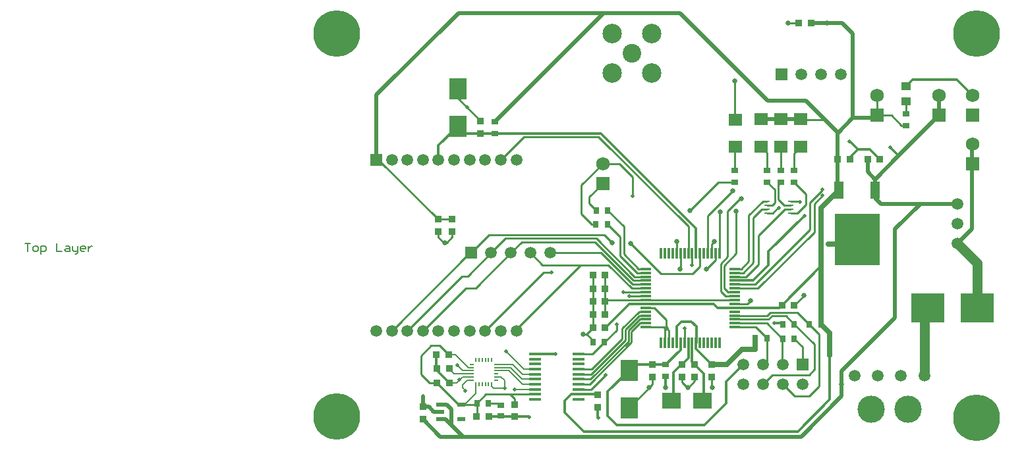
<source format=gtl>
G04*
G04 #@! TF.GenerationSoftware,Altium Limited,Altium Designer,18.1.9 (240)*
G04*
G04 Layer_Physical_Order=1*
G04 Layer_Color=255*
%FSLAX25Y25*%
%MOIN*%
G70*
G01*
G75*
%ADD12C,0.00700*%
%ADD14C,0.01000*%
%ADD17C,0.00800*%
%ADD18R,0.04724X0.08661*%
%ADD19R,0.22835X0.26378*%
%ADD20R,0.04331X0.02362*%
%ADD21R,0.03150X0.03740*%
%ADD22R,0.00787X0.02362*%
%ADD23R,0.02362X0.00787*%
%ADD24R,0.06299X0.01181*%
%ADD25R,0.09449X0.07874*%
%ADD26R,0.05709X0.01181*%
%ADD27R,0.01181X0.05709*%
%ADD28R,0.06890X0.05906*%
%ADD29R,0.05118X0.04331*%
%ADD30R,0.03347X0.03150*%
%ADD31R,0.03543X0.03740*%
%ADD32R,0.02953X0.00984*%
%ADD33R,0.16693X0.15000*%
%ADD34R,0.08661X0.11024*%
%ADD35R,0.03740X0.03543*%
%ADD36R,0.03740X0.03150*%
%ADD68C,0.02000*%
%ADD69C,0.02500*%
%ADD70C,0.01200*%
%ADD71C,0.05000*%
%ADD72C,0.05984*%
%ADD73R,0.05984X0.05984*%
%ADD74C,0.09449*%
%ADD75C,0.09843*%
%ADD76C,0.05906*%
%ADD77R,0.05906X0.05906*%
%ADD78R,0.06890X0.06890*%
%ADD79C,0.06890*%
%ADD80C,0.13780*%
%ADD81C,0.23622*%
%ADD82C,0.02000*%
%ADD83C,0.02500*%
D12*
X-143373Y102200D02*
X-140708D01*
X-142040D01*
Y98202D01*
X-138708D02*
X-137375D01*
X-136709Y98868D01*
Y100201D01*
X-137375Y100867D01*
X-138708D01*
X-139375Y100201D01*
Y98868D01*
X-138708Y98202D01*
X-135376Y96869D02*
Y100867D01*
X-133377D01*
X-132710Y100201D01*
Y98868D01*
X-133377Y98202D01*
X-135376D01*
X-127378Y102200D02*
Y98202D01*
X-124713D01*
X-122713Y100867D02*
X-121380D01*
X-120714Y100201D01*
Y98202D01*
X-122713D01*
X-123380Y98868D01*
X-122713Y99535D01*
X-120714D01*
X-119381Y100867D02*
Y98868D01*
X-118715Y98202D01*
X-116715D01*
Y97535D01*
X-117382Y96869D01*
X-118048D01*
X-116715Y98202D02*
Y100867D01*
X-113383Y98202D02*
X-114716D01*
X-115382Y98868D01*
Y100201D01*
X-114716Y100867D01*
X-113383D01*
X-112716Y100201D01*
Y99535D01*
X-115382D01*
X-111384Y100867D02*
Y98202D01*
Y99535D01*
X-110717Y100201D01*
X-110051Y100867D01*
X-109384D01*
D14*
X300000Y162106D02*
X302362D01*
X191831Y29035D02*
X195374Y32579D01*
X188779Y32087D02*
X191831Y29035D01*
X75492Y175781D02*
X87008Y164265D01*
X162205Y19094D02*
X173917Y30807D01*
X302264Y167224D02*
Y174114D01*
X294783Y167323D02*
X300000Y162106D01*
X207874Y118012D02*
X208268Y118405D01*
X207874Y97146D02*
Y118012D01*
X139075Y56398D02*
X140650D01*
X143799Y52264D02*
Y53248D01*
X140650Y56398D02*
X143799Y53248D01*
X66437Y50591D02*
X71063Y45965D01*
X61949Y50591D02*
X66437D01*
X56791Y45433D02*
X61949Y50591D01*
X56791Y35925D02*
Y45433D01*
Y35925D02*
X61122Y31594D01*
X64961D01*
X287598Y167323D02*
Y175847D01*
Y165847D02*
Y167323D01*
X294783D01*
X250000Y164862D02*
X261319D01*
X89567Y25787D02*
X101870D01*
X104134Y23524D01*
Y20768D02*
Y23524D01*
X85039Y14665D02*
X85138Y14764D01*
Y21358D01*
X64961Y31594D02*
X75886Y20669D01*
X77264D01*
X85138Y21358D02*
X89567Y25787D01*
X96358Y21358D02*
X97342Y20374D01*
X91043Y21358D02*
X96358D01*
X79036Y20669D02*
X84449D01*
X77264D02*
X79036D01*
X84449D02*
X85138Y21358D01*
X101870Y25787D02*
X114469D01*
X258366Y29921D02*
Y56299D01*
X150130Y73590D02*
X170539D01*
X170571Y73622D01*
X150098D02*
X150130Y73590D01*
X159283Y77591D02*
X170539D01*
X159252Y77559D02*
X159283Y77591D01*
X170539D02*
X170571Y77559D01*
X150098Y73622D02*
Y73721D01*
X162205Y75590D02*
X170571D01*
X142815Y28346D02*
X150197Y35728D01*
X136516Y28346D02*
X142815D01*
X158760Y59281D02*
X167195Y67716D01*
X158760Y53937D02*
Y59281D01*
X143405Y38583D02*
X158760Y53937D01*
X155807Y58366D02*
Y61319D01*
X156004Y61122D01*
X149705Y52264D02*
X155807Y58366D01*
X143701Y46260D02*
X149705Y52264D01*
X136516Y46260D02*
X143701D01*
X167348Y65748D02*
X170571D01*
X160337Y58737D02*
X167348Y65748D01*
X167195Y67716D02*
X170571D01*
X167501Y63779D02*
X170571D01*
X161837Y58116D02*
X167501Y63779D01*
X167653Y61811D02*
X170571D01*
X163337Y57494D02*
X167653Y61811D01*
X136516Y38583D02*
X143405D01*
X160337Y53359D02*
Y58737D01*
X143001Y36024D02*
X160337Y53359D01*
X136516Y36024D02*
X143001D01*
X161837Y52737D02*
Y58116D01*
X142564Y33465D02*
X161837Y52737D01*
X136516Y33465D02*
X142564D01*
X163337Y52116D02*
Y57494D01*
X142126Y30906D02*
X163337Y52116D01*
X136516Y30906D02*
X142126D01*
X89370Y57973D02*
X118996Y87598D01*
X123031D01*
X193898Y96949D02*
X194095Y97146D01*
X193898Y91437D02*
Y96949D01*
X198031Y90650D02*
Y97146D01*
X194390Y87008D02*
X198031Y90650D01*
X178150Y87008D02*
X194390D01*
X140650Y56398D02*
X143799Y59547D01*
X250492Y75689D02*
Y76083D01*
X245768Y70965D02*
X250492Y75689D01*
X221850Y71653D02*
X223622Y73425D01*
X215650Y71653D02*
X221850D01*
X203937Y102067D02*
X205118Y103248D01*
X203937Y97146D02*
Y102067D01*
X186221Y97146D02*
X186221Y97146D01*
X186221Y97146D02*
Y103347D01*
X181102Y59350D02*
Y63484D01*
X174902Y69685D02*
X181102Y63484D01*
X170571Y69685D02*
X174902D01*
X181102Y59350D02*
X182283Y58169D01*
Y52067D02*
Y58169D01*
X180315Y52067D02*
Y58563D01*
X181102Y59350D01*
X180610Y59842D02*
X181102Y59350D01*
X170571Y59842D02*
X180610D01*
X149508Y106595D02*
X153642Y102461D01*
X153740D01*
X162894Y102264D02*
X178150Y87008D01*
X201279Y89370D02*
X205906Y93996D01*
X192126Y97146D02*
Y110925D01*
X146679Y156372D02*
X192126Y110925D01*
X109030Y156372D02*
X146679D01*
X163976Y126181D02*
Y136069D01*
X157427Y142618D02*
X163976Y136069D01*
X148819Y142618D02*
X157427D01*
X97244Y144587D02*
X109030Y156372D01*
X242618Y213878D02*
X242717Y213976D01*
X247835D01*
X210236Y91043D02*
X216339Y97146D01*
Y118701D01*
X210236Y79528D02*
Y91043D01*
X212106Y95473D02*
Y118635D01*
X208563Y91929D02*
X212106Y95473D01*
X208563Y77953D02*
Y91929D01*
X210925Y75590D02*
X215650D01*
X208563Y77953D02*
X210925Y75590D01*
X212106Y118635D02*
X218373Y124902D01*
X219094D01*
X210236Y79528D02*
X212205Y77559D01*
X215650D01*
X201969Y116240D02*
X214665Y128937D01*
X201969Y97146D02*
Y116240D01*
X215650Y165256D02*
X215846Y165059D01*
X215650Y165256D02*
Y184744D01*
X215748Y151181D02*
X215846Y151279D01*
X215748Y139173D02*
Y151181D01*
X207185Y133268D02*
X215748D01*
X192815Y118898D02*
X207185Y133268D01*
X237402Y120177D02*
X237795D01*
X234941Y117717D02*
X237402Y120177D01*
X222736Y116535D02*
X229823Y123622D01*
X205906Y93996D02*
Y97146D01*
X188091Y89370D02*
X188189Y89468D01*
Y97146D01*
X248327Y123622D02*
X248524Y123425D01*
X243996Y123622D02*
X248327D01*
X245571Y133268D02*
X251476Y127362D01*
Y122047D02*
Y127362D01*
X247146Y117717D02*
X251476Y122047D01*
X166929Y89370D02*
X170571D01*
X159449Y96850D02*
X166929Y89370D01*
X159449Y96850D02*
Y111024D01*
X166142Y87402D02*
X170571D01*
X157579Y95965D02*
X166142Y87402D01*
X222736Y93307D02*
Y116535D01*
X225098Y115354D02*
X229429Y119685D01*
X225098Y92520D02*
Y115354D01*
X227461Y106201D02*
X240945Y119685D01*
X227461Y91535D02*
Y106201D01*
X255807Y122343D02*
X259941Y126476D01*
X253740Y123104D02*
X259941Y129305D01*
Y129626D01*
X218799Y89370D02*
X222736Y93307D01*
X219980Y87402D02*
X225098Y92520D01*
X150098Y72933D02*
Y73622D01*
X72539Y105512D02*
Y108169D01*
X69784Y102756D02*
X72539Y105512D01*
X68898Y102756D02*
X69784D01*
X68307D02*
X68898D01*
X65453Y105610D02*
X68307Y102756D01*
X65453Y105610D02*
Y108268D01*
X91417Y106595D02*
X149508D01*
X82264Y97441D02*
X91417Y106595D01*
X112264Y97441D02*
X118268Y91437D01*
X137500D01*
X157579Y95965D02*
Y105709D01*
X92264Y97441D02*
X99646Y104823D01*
X145669D01*
X165059Y85433D01*
X170571D01*
X102264Y97441D02*
X107874Y103051D01*
X144783D01*
X164370Y83465D01*
X170571D01*
X122264Y97441D02*
X147933D01*
X163878Y81496D01*
X170571D01*
X151575Y91437D02*
X163484Y79528D01*
X137500Y91437D02*
X151575D01*
X105118Y59055D02*
X137500Y91437D01*
X163484Y79528D02*
X170571D01*
X84547Y79724D02*
X102264Y97441D01*
X79626Y79724D02*
X84547D01*
X57874Y57973D02*
X79626Y79724D01*
X80453Y85630D02*
X92264Y97441D01*
X77657Y85630D02*
X80453D01*
X50000Y57973D02*
X77657Y85630D01*
X81594Y97441D02*
X82264D01*
X42126Y57973D02*
X81594Y97441D01*
X105118Y57973D02*
Y59055D01*
X221358Y85433D02*
X227461Y91535D01*
X215650Y85433D02*
X221358D01*
X255807Y108071D02*
Y122343D01*
X227264Y79528D02*
X255807Y108071D01*
X215650Y89370D02*
X218799D01*
X215650Y87402D02*
X219980D01*
X215650Y81496D02*
X226083D01*
X253740Y109153D01*
X215650Y79528D02*
X227264D01*
X253740Y109153D02*
Y123104D01*
X215650Y65748D02*
X231988D01*
X233465Y67224D01*
X247441D01*
X253346Y61319D01*
X258366Y56299D01*
X256004Y38484D02*
Y51181D01*
X245768Y61417D02*
X256004Y51181D01*
X241535Y65650D02*
X245768Y61417D01*
X234547Y65650D02*
X241535D01*
X232677Y63779D02*
X234547Y65650D01*
X215650Y63779D02*
X232677D01*
X239567Y41260D02*
Y54035D01*
X231791Y61811D02*
X239567Y54035D01*
X215650Y61811D02*
X231791D01*
X245768Y54035D02*
X249921Y49882D01*
X226181Y59842D02*
X231791Y54232D01*
X215650Y59842D02*
X226181D01*
X229921Y40905D02*
X231791Y42776D01*
Y54232D01*
X170571Y73622D02*
X215650D01*
X150098Y73721D02*
X150098Y73721D01*
X190256Y52067D02*
Y59252D01*
X190256Y52067D02*
X190256Y52067D01*
X204035Y29331D02*
X204134Y29232D01*
X204035Y29331D02*
Y34646D01*
X219291Y30906D02*
X219921D01*
X173917Y30807D02*
Y34646D01*
X195374Y32579D02*
Y34646D01*
X188779Y32087D02*
Y34646D01*
X249921Y40905D02*
Y49882D01*
X143799Y79429D02*
Y86122D01*
Y72933D02*
Y79429D01*
Y66240D02*
Y72933D01*
Y59547D02*
Y66240D01*
X150098Y73721D02*
Y79429D01*
Y86122D01*
Y66240D02*
Y72933D01*
X75492Y175781D02*
Y180512D01*
X34252Y144587D02*
X35433D01*
X65453Y114567D01*
X65551Y114469D01*
X72539D01*
X142028Y125827D02*
X148819Y132618D01*
X142028Y122539D02*
Y125827D01*
Y122539D02*
X145472Y119095D01*
X138091Y131890D02*
X148819Y142618D01*
X138091Y117126D02*
Y131890D01*
Y117126D02*
X143209Y112008D01*
X145374D01*
X151279D02*
X157579Y105709D01*
X151378Y119095D02*
X159449Y111024D01*
X237598Y131988D02*
X238878Y133268D01*
X237598Y124705D02*
Y131988D01*
Y124705D02*
X240650Y121654D01*
X232087Y133268D02*
X235827Y129527D01*
Y123031D02*
Y129527D01*
X234449Y121654D02*
X235827Y123031D01*
X231791Y117717D02*
X234941D01*
X245571Y147933D02*
X249016Y151378D01*
X245571Y139173D02*
Y147933D01*
X228937Y151378D02*
X232087Y148228D01*
Y139173D02*
Y148228D01*
X238779Y150886D02*
X238878Y150787D01*
Y139173D02*
Y150787D01*
X243996Y117717D02*
X247146D01*
X240650Y121654D02*
X243996D01*
X231791D02*
X234449D01*
X240945Y119685D02*
X243996D01*
X229429D02*
X231791D01*
X229823Y123622D02*
X231791D01*
X239921Y30906D02*
X246024Y24803D01*
X253248D01*
X258366Y29921D01*
X229921Y30906D02*
X234646Y35630D01*
X253150D01*
X256004Y38484D01*
X239567Y41260D02*
X239921Y40905D01*
D17*
X74803Y31594D02*
X77854Y34646D01*
X78051Y37795D02*
X82579D01*
X75197Y40650D02*
X78051Y37795D01*
X80905Y39370D02*
X82579D01*
X74311Y45965D02*
X80905Y39370D01*
X71063Y45965D02*
X74311D01*
X114469Y28346D02*
X114469Y28346D01*
X104331Y28346D02*
X114469D01*
X77854Y29232D02*
X79429Y27657D01*
X77854Y29232D02*
Y30709D01*
X80216Y33071D01*
X82579D01*
X99803Y47638D02*
Y47736D01*
Y47638D02*
X108858Y38583D01*
X114469D01*
X93602Y28839D02*
X99213D01*
X92618Y29823D02*
X93602Y28839D01*
X92618Y29823D02*
Y30906D01*
X99213Y28839D02*
Y32776D01*
X97342Y34646D02*
X99213Y32776D01*
X94784Y34646D02*
X97342D01*
X79036Y20669D02*
X84744Y26378D01*
Y30906D01*
X77854Y34646D02*
X82579D01*
X71260Y31594D02*
X74803D01*
X73721Y36220D02*
X82579D01*
X71161Y38780D02*
X73721Y36220D01*
X108071Y33465D02*
X114469D01*
X102165Y39370D02*
X108071Y33465D01*
X94784Y39370D02*
X102165D01*
X108268Y30906D02*
X114469D01*
X101378Y37795D02*
X108268Y30906D01*
X94784Y37795D02*
X101378D01*
X108169Y36024D02*
X114469D01*
X103248Y40945D02*
X108169Y36024D01*
X94784Y40945D02*
X103248D01*
D18*
X286516Y129232D02*
D03*
X268406D02*
D03*
D19*
X277461Y104429D02*
D03*
D20*
X77264Y20669D02*
D03*
Y13189D02*
D03*
X66634D02*
D03*
Y16929D02*
D03*
Y20669D02*
D03*
D21*
X85138Y21358D02*
D03*
X91043D02*
D03*
X151378Y119095D02*
D03*
X145472D02*
D03*
X245768Y61417D02*
D03*
X239862D02*
D03*
X253346Y61319D02*
D03*
X259252D02*
D03*
X239862Y54035D02*
D03*
X245768D02*
D03*
X151279Y112008D02*
D03*
X145374D02*
D03*
X231791Y54232D02*
D03*
X225886D02*
D03*
X149705Y52264D02*
D03*
X143799D02*
D03*
D22*
X92618Y43110D02*
D03*
X91043D02*
D03*
X89468D02*
D03*
X87894D02*
D03*
X86319D02*
D03*
X84744D02*
D03*
Y30906D02*
D03*
X86319D02*
D03*
X87894D02*
D03*
X89468D02*
D03*
X91043D02*
D03*
X92618D02*
D03*
D23*
X82579Y40945D02*
D03*
Y39370D02*
D03*
Y37795D02*
D03*
Y36220D02*
D03*
Y34646D02*
D03*
Y33071D02*
D03*
X94784D02*
D03*
Y34646D02*
D03*
Y36220D02*
D03*
Y37795D02*
D03*
Y39370D02*
D03*
Y40945D02*
D03*
D24*
X114469Y46260D02*
D03*
Y43701D02*
D03*
Y41142D02*
D03*
Y38583D02*
D03*
Y36024D02*
D03*
Y33465D02*
D03*
Y30906D02*
D03*
Y28346D02*
D03*
Y25787D02*
D03*
Y23228D02*
D03*
X136516Y46260D02*
D03*
Y43701D02*
D03*
Y41142D02*
D03*
Y38583D02*
D03*
Y36024D02*
D03*
Y33465D02*
D03*
Y30906D02*
D03*
Y28346D02*
D03*
Y25787D02*
D03*
Y23228D02*
D03*
D25*
X199311Y22441D02*
D03*
X183563D02*
D03*
D26*
X215650Y89370D02*
D03*
Y87402D02*
D03*
Y85433D02*
D03*
Y83465D02*
D03*
Y81496D02*
D03*
Y79528D02*
D03*
Y77559D02*
D03*
Y75590D02*
D03*
Y73622D02*
D03*
Y71653D02*
D03*
Y69685D02*
D03*
Y67716D02*
D03*
Y65748D02*
D03*
Y63779D02*
D03*
Y61811D02*
D03*
Y59842D02*
D03*
X170571D02*
D03*
Y61811D02*
D03*
Y63779D02*
D03*
Y65748D02*
D03*
Y67716D02*
D03*
Y69685D02*
D03*
Y71653D02*
D03*
Y73622D02*
D03*
Y75590D02*
D03*
Y77559D02*
D03*
Y79528D02*
D03*
Y81496D02*
D03*
Y83465D02*
D03*
Y85433D02*
D03*
Y87402D02*
D03*
Y89370D02*
D03*
D27*
X207874Y52067D02*
D03*
X205906D02*
D03*
X203937D02*
D03*
X201969D02*
D03*
X200000D02*
D03*
X198031D02*
D03*
X196063D02*
D03*
X194095D02*
D03*
X192126D02*
D03*
X190157D02*
D03*
X188189D02*
D03*
X186221D02*
D03*
X184252D02*
D03*
X182283D02*
D03*
X180315D02*
D03*
X178347D02*
D03*
Y97146D02*
D03*
X180315D02*
D03*
X182283D02*
D03*
X184252D02*
D03*
X186221D02*
D03*
X188189D02*
D03*
X190157D02*
D03*
X192126D02*
D03*
X194095D02*
D03*
X196063D02*
D03*
X198031D02*
D03*
X200000D02*
D03*
X201969D02*
D03*
X203937D02*
D03*
X205906D02*
D03*
X207874D02*
D03*
D28*
X215846Y165059D02*
D03*
Y151279D02*
D03*
X238779Y151378D02*
D03*
Y165157D02*
D03*
X249016Y151378D02*
D03*
Y165157D02*
D03*
X228937Y151378D02*
D03*
Y165157D02*
D03*
D29*
X302264Y181988D02*
D03*
Y174114D02*
D03*
D30*
X97342Y20374D02*
D03*
Y15059D02*
D03*
D31*
X64862Y38780D02*
D03*
X71161D02*
D03*
X247835Y213976D02*
D03*
X254134D02*
D03*
X289075Y144882D02*
D03*
X282776D02*
D03*
X273917D02*
D03*
X267618D02*
D03*
X143799Y59547D02*
D03*
X150098D02*
D03*
X245768Y70965D02*
D03*
X239469D02*
D03*
X143799Y79429D02*
D03*
X150098D02*
D03*
X143799Y66240D02*
D03*
X150098D02*
D03*
X143799Y72933D02*
D03*
X150098D02*
D03*
X143799Y86122D02*
D03*
X150098D02*
D03*
X71063Y45965D02*
D03*
X64764D02*
D03*
X64961Y31594D02*
D03*
X71260D02*
D03*
X85039Y14665D02*
D03*
X91339D02*
D03*
D32*
X243996Y117717D02*
D03*
Y119685D02*
D03*
Y121654D02*
D03*
Y123622D02*
D03*
X231791Y117717D02*
D03*
Y119685D02*
D03*
Y121654D02*
D03*
Y123622D02*
D03*
D33*
X313110Y69685D02*
D03*
X338189D02*
D03*
D34*
X162205Y19094D02*
D03*
Y37992D02*
D03*
X75492Y161614D02*
D03*
Y180512D02*
D03*
D35*
X65453Y108268D02*
D03*
Y114567D02*
D03*
X72539Y108169D02*
D03*
Y114469D02*
D03*
X87008Y164265D02*
D03*
Y157966D02*
D03*
X188779Y34646D02*
D03*
Y40945D02*
D03*
X195374Y34646D02*
D03*
Y40945D02*
D03*
X204035Y34646D02*
D03*
Y40945D02*
D03*
X173917Y34646D02*
D03*
Y40945D02*
D03*
X57776Y13189D02*
D03*
Y19488D02*
D03*
X146358Y19291D02*
D03*
Y25591D02*
D03*
X104134Y14469D02*
D03*
Y20768D02*
D03*
D36*
X94193Y157972D02*
D03*
Y163878D02*
D03*
X238878Y139173D02*
D03*
Y133268D02*
D03*
X245571Y139173D02*
D03*
Y133268D02*
D03*
X232087Y139173D02*
D03*
Y133268D02*
D03*
X180709Y40945D02*
D03*
Y35039D02*
D03*
X215748Y133268D02*
D03*
Y139173D02*
D03*
X302362Y162106D02*
D03*
Y168012D02*
D03*
D68*
X254134Y213976D02*
X269980D01*
X275394Y165847D02*
X287598D01*
X248622Y165157D02*
X249016Y164764D01*
X318898Y167323D02*
Y177323D01*
Y165847D02*
Y167323D01*
X298228Y146457D02*
X318258Y166486D01*
X286516Y134744D02*
X298228Y146457D01*
X335531Y109646D02*
Y152756D01*
X328248Y102362D02*
X335531Y109646D01*
X232283Y174705D02*
X251575D01*
X267618Y158071D02*
Y158661D01*
Y144882D02*
Y158071D01*
X251575Y174705D02*
X267618Y158661D01*
Y158071D02*
X275394Y165847D01*
X269980Y213976D02*
X275394Y208563D01*
Y165847D02*
Y208563D01*
X57776Y19488D02*
X57874Y19587D01*
Y25000D01*
X57776Y19488D02*
X60827D01*
X63386Y16929D01*
X66634D01*
X69390Y13189D02*
X72441Y10138D01*
X66634Y13189D02*
X69390D01*
X78150Y4429D02*
X249213D01*
X66535D02*
X78150D01*
X72441Y10138D02*
X78150Y4429D01*
X72441Y10138D02*
Y18110D01*
X69882Y20669D02*
X72441Y18110D01*
X66634Y20669D02*
X69882D01*
X57776Y13189D02*
X66535Y4429D01*
X269685Y30807D02*
Y37500D01*
X296752Y64567D01*
X249213Y4429D02*
X269685Y24902D01*
Y30807D01*
X75886Y219094D02*
X187894D01*
X94193Y163878D02*
X149114Y218799D01*
X187894Y219094D02*
X232283Y174705D01*
X34252Y177461D02*
X75886Y219094D01*
X34252Y144587D02*
Y177461D01*
X309449Y122362D02*
X328248D01*
X289449D02*
X309449D01*
X296752Y109665D02*
X309449Y122362D01*
X296752Y64567D02*
Y109665D01*
X238779Y165157D02*
X248622D01*
X228937D02*
X238779D01*
X267618Y130020D02*
X268406Y129232D01*
X267618Y130020D02*
Y144882D01*
X286516Y129232D02*
Y134744D01*
X282776Y138484D02*
X286516Y134744D01*
X282776Y138484D02*
Y144882D01*
X286516Y125295D02*
Y129232D01*
Y125295D02*
X289449Y122362D01*
D69*
X259350Y61319D02*
Y90847D01*
X204035Y40945D02*
X211614D01*
X275098Y102067D02*
X277461Y104429D01*
X263090Y102067D02*
X275098D01*
X259350Y90847D02*
Y120177D01*
X211614Y40945D02*
X219193Y48524D01*
X225787D01*
X259252Y61319D02*
X263681Y56890D01*
X225787Y54134D02*
X225886Y54232D01*
X225787Y48524D02*
Y54134D01*
X263681Y45472D02*
Y56890D01*
X259350Y120177D02*
X268406Y129232D01*
D70*
X196161Y52067D02*
Y60236D01*
X186319Y52067D02*
Y60433D01*
X150738Y58908D02*
Y60089D01*
X91339Y14665D02*
X103937D01*
X302264Y181988D02*
X305709Y185433D01*
X146358Y14075D02*
X146555Y13878D01*
X146358Y14075D02*
Y19291D01*
X64862Y37992D02*
X71260Y31594D01*
X64862Y37992D02*
Y38780D01*
X64764Y38878D02*
X64862Y38780D01*
X64764Y38878D02*
Y45965D01*
X327782Y185433D02*
X335892Y177323D01*
X305709Y185433D02*
X327782D01*
X298228Y146457D02*
Y146850D01*
X294193Y150886D02*
X298228Y146850D01*
X124705Y46260D02*
X124803Y46161D01*
X114469Y46260D02*
X124705D01*
X111221Y14469D02*
X111516Y14173D01*
X104134Y14469D02*
X111221D01*
X103937Y14665D02*
X104134Y14469D01*
X263681Y23130D02*
Y45472D01*
X247638Y7087D02*
X263681Y23130D01*
X133071Y25787D02*
X136516D01*
X129724Y22441D02*
X133071Y25787D01*
X129724Y16634D02*
Y22441D01*
X139272Y7087D02*
X247638D01*
X129724Y16634D02*
X139272Y7087D01*
X162303Y71653D02*
X170571D01*
X150738Y60089D02*
X162303Y71653D01*
X146161Y25787D02*
X146358Y25591D01*
X136516Y25787D02*
X146161D01*
X273721Y154035D02*
X273819D01*
X277953Y149902D01*
X239370Y61910D02*
X239862Y61417D01*
X235728Y61910D02*
X239370D01*
X79134Y157972D02*
X94193D01*
X196063Y97146D02*
Y109941D01*
X148031Y157972D02*
X196063Y109941D01*
X94193Y157972D02*
X148031D01*
X232677Y91142D02*
Y98130D01*
X225000Y83465D02*
X232677Y91142D01*
Y98130D02*
X250886Y116339D01*
X239469Y70965D02*
X259350Y90847D01*
X239469Y70965D02*
Y70965D01*
X238189Y69685D02*
X239469Y70965D01*
X215650Y69685D02*
X238189D01*
X215650Y83465D02*
X225000D01*
X211319Y32303D02*
X219921Y40905D01*
X211319Y21161D02*
Y32303D01*
X200295Y10138D02*
X211319Y21161D01*
X156102Y10138D02*
X200295D01*
X151378Y14862D02*
X156102Y10138D01*
X151378Y14862D02*
Y27165D01*
X206988Y69685D02*
X215650D01*
X205020Y71653D02*
X206988Y69685D01*
X170571Y71653D02*
X205020D01*
X194095Y42224D02*
X195374Y40945D01*
X194095Y42224D02*
Y52067D01*
X193701Y62697D02*
X196161Y60236D01*
X188583Y62697D02*
X193701D01*
X186319Y60433D02*
X188583Y62697D01*
X204035Y40945D02*
Y40945D01*
X196063Y48917D02*
X204035Y40945D01*
X196063Y48917D02*
Y52067D01*
X192126Y44291D02*
Y52756D01*
X188189Y52067D02*
Y52658D01*
Y48425D02*
Y52067D01*
X151378Y27165D02*
X162205Y37992D01*
X180709Y29232D02*
Y35039D01*
X75492Y161614D02*
X79134Y157972D01*
X65748Y151870D02*
X75492Y161614D01*
X65748Y144587D02*
Y151870D01*
X284055Y149902D02*
X289075Y144882D01*
X277953Y149902D02*
X284055D01*
X273917Y145866D02*
X277953Y149902D01*
X273917Y144882D02*
Y145866D01*
X199902Y21457D02*
Y36417D01*
X195374Y40945D02*
X199902Y36417D01*
X184744Y21555D02*
Y37106D01*
X188583Y40945D01*
X188779D01*
X192126Y44291D01*
X162205Y37992D02*
X165157Y40945D01*
X173917D01*
X180709Y40945D02*
X188189Y48425D01*
X180709Y40945D02*
X180709Y40945D01*
X173917Y40945D02*
X180709D01*
D71*
X311575Y35315D02*
Y68150D01*
X328248Y102362D02*
X338189Y92421D01*
Y69685D02*
Y92421D01*
X311575Y68150D02*
X313110Y69685D01*
D72*
X105118Y57973D02*
D03*
X97244D02*
D03*
X89370D02*
D03*
X81496D02*
D03*
X73622D02*
D03*
X65748D02*
D03*
X57874D02*
D03*
X50000D02*
D03*
X42126D02*
D03*
X34252D02*
D03*
X105118Y144587D02*
D03*
X97244D02*
D03*
X89370D02*
D03*
X81496D02*
D03*
X73622D02*
D03*
X65748D02*
D03*
X57874D02*
D03*
X50000D02*
D03*
X42126D02*
D03*
D73*
X34252D02*
D03*
D74*
X163480Y198626D02*
D03*
D75*
X173622Y188484D02*
D03*
Y208484D02*
D03*
X153622Y188484D02*
D03*
Y208484D02*
D03*
D76*
X328248Y122362D02*
D03*
Y112362D02*
D03*
Y102362D02*
D03*
X219921Y30906D02*
D03*
Y40905D02*
D03*
X229921Y30906D02*
D03*
Y40905D02*
D03*
X239921Y30906D02*
D03*
Y40905D02*
D03*
X249921Y30906D02*
D03*
X92264Y97441D02*
D03*
X102264D02*
D03*
X112264D02*
D03*
X122264D02*
D03*
X269252Y188091D02*
D03*
X259252D02*
D03*
X249252D02*
D03*
X311575Y35315D02*
D03*
X299764D02*
D03*
X287953D02*
D03*
X276142D02*
D03*
D77*
X249921Y40905D02*
D03*
X82264Y97441D02*
D03*
X239252Y188091D02*
D03*
D78*
X148819Y132618D02*
D03*
X335827Y142756D02*
D03*
X318898Y167323D02*
D03*
X287598D02*
D03*
X335892D02*
D03*
D79*
X148819Y142618D02*
D03*
X335827Y152756D02*
D03*
X318898Y177323D02*
D03*
X287598D02*
D03*
X335892D02*
D03*
D80*
X303150Y18307D02*
D03*
X284646D02*
D03*
D81*
X14370Y208563D02*
D03*
Y14469D02*
D03*
X337795Y13878D02*
D03*
Y208563D02*
D03*
D82*
X75197Y40650D02*
D03*
X146555Y13878D02*
D03*
X104331Y28346D02*
D03*
X79429Y27657D02*
D03*
X99803Y47736D02*
D03*
X294193Y150886D02*
D03*
X124803Y46161D02*
D03*
X111516Y14173D02*
D03*
X99213Y28839D02*
D03*
X76378Y33169D02*
D03*
X57874Y25000D02*
D03*
X159252Y77559D02*
D03*
X162205Y75590D02*
D03*
X150197Y35728D02*
D03*
X156004Y61122D02*
D03*
X123031Y87598D02*
D03*
X273721Y154035D02*
D03*
X80315Y171260D02*
D03*
X235728Y61910D02*
D03*
X193898Y91437D02*
D03*
X237795Y120177D02*
D03*
X250886Y116339D02*
D03*
X259941Y126476D02*
D03*
Y129626D02*
D03*
X190256Y59252D02*
D03*
X163976Y126181D02*
D03*
X248524Y123425D02*
D03*
D83*
X269685Y30807D02*
D03*
X263090Y102067D02*
D03*
X139075Y56398D02*
D03*
X250492Y76083D02*
D03*
X223622Y73425D02*
D03*
X205118Y103248D02*
D03*
X186221Y103347D02*
D03*
X181102Y59350D02*
D03*
X153740Y102461D02*
D03*
X162894Y102264D02*
D03*
X201279Y89370D02*
D03*
X242618Y213878D02*
D03*
X262205Y214075D02*
D03*
X216339Y118701D02*
D03*
X219094Y124902D02*
D03*
X208268Y118405D02*
D03*
X214665Y128937D02*
D03*
X215650Y184744D02*
D03*
X192815Y118898D02*
D03*
X188091Y89370D02*
D03*
X68898Y102756D02*
D03*
X211417Y41043D02*
D03*
X225787Y48524D02*
D03*
X204134Y29232D02*
D03*
X172146D02*
D03*
X180709D02*
D03*
X191831D02*
D03*
X263681Y45472D02*
D03*
X259350Y120177D02*
D03*
M02*

</source>
